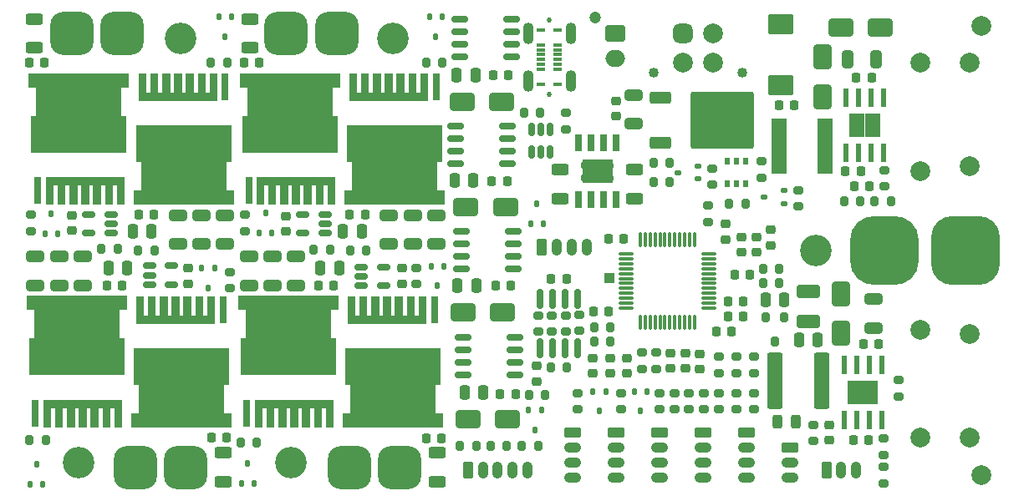
<source format=gts>
G04 #@! TF.GenerationSoftware,KiCad,Pcbnew,9.0.2*
G04 #@! TF.CreationDate,2025-07-16T17:02:00+03:00*
G04 #@! TF.ProjectId,dcesc-ga25,64636573-632d-4676-9132-352e6b696361,rev?*
G04 #@! TF.SameCoordinates,Original*
G04 #@! TF.FileFunction,Soldermask,Top*
G04 #@! TF.FilePolarity,Negative*
%FSLAX46Y46*%
G04 Gerber Fmt 4.6, Leading zero omitted, Abs format (unit mm)*
G04 Created by KiCad (PCBNEW 9.0.2) date 2025-07-16 17:02:00*
%MOMM*%
%LPD*%
G01*
G04 APERTURE LIST*
G04 Aperture macros list*
%AMRoundRect*
0 Rectangle with rounded corners*
0 $1 Rounding radius*
0 $2 $3 $4 $5 $6 $7 $8 $9 X,Y pos of 4 corners*
0 Add a 4 corners polygon primitive as box body*
4,1,4,$2,$3,$4,$5,$6,$7,$8,$9,$2,$3,0*
0 Add four circle primitives for the rounded corners*
1,1,$1+$1,$2,$3*
1,1,$1+$1,$4,$5*
1,1,$1+$1,$6,$7*
1,1,$1+$1,$8,$9*
0 Add four rect primitives between the rounded corners*
20,1,$1+$1,$2,$3,$4,$5,0*
20,1,$1+$1,$4,$5,$6,$7,0*
20,1,$1+$1,$6,$7,$8,$9,0*
20,1,$1+$1,$8,$9,$2,$3,0*%
%AMFreePoly0*
4,1,30,0.400000,-4.000000,-0.400000,-4.000000,-2.400000,-4.000000,-2.400000,-3.200000,-0.400000,-3.200000,-0.400000,-2.800000,-2.400000,-2.800000,-2.400000,-2.000000,-0.400000,-2.000000,-0.400000,-1.600000,-2.400000,-1.600000,-2.400000,-0.800000,-0.400000,-0.800000,-0.400000,-0.400000,-2.400000,-0.400000,-2.400000,0.400000,-0.400000,0.400000,-0.400000,0.800000,-2.400000,0.800000,-2.400000,1.600000,
-0.400000,1.600000,-0.400000,2.000000,-2.400000,2.000000,-2.400000,2.800000,-0.400000,2.800000,-0.400000,3.200000,-2.400000,3.200000,-2.400000,4.000000,0.400000,4.000000,0.400000,-4.000000,0.400000,-4.000000,$1*%
%AMFreePoly1*
4,1,13,2.850000,-5.050000,1.450000,-5.050000,1.450000,-4.350000,-1.450000,-4.350000,-1.450000,-4.850000,-5.150000,-4.850000,-5.150000,4.850000,-1.450000,4.850000,-1.450000,4.350000,1.450000,4.350000,1.450000,5.050000,2.850000,5.050000,2.850000,-5.050000,2.850000,-5.050000,$1*%
G04 Aperture macros list end*
%ADD10RoundRect,1.000000X0.000010X0.000010X-0.000010X0.000010X-0.000010X-0.000010X0.000010X-0.000010X0*%
%ADD11C,2.000000*%
%ADD12RoundRect,0.112500X0.237500X-0.112500X0.237500X0.112500X-0.237500X0.112500X-0.237500X-0.112500X0*%
%ADD13RoundRect,2.249998X-1.250002X-1.250002X1.250002X-1.250002X1.250002X1.250002X-1.250002X1.250002X0*%
%ADD14RoundRect,0.250000X-0.325000X-0.650000X0.325000X-0.650000X0.325000X0.650000X-0.325000X0.650000X0*%
%ADD15RoundRect,0.200000X0.275000X-0.200000X0.275000X0.200000X-0.275000X0.200000X-0.275000X-0.200000X0*%
%ADD16RoundRect,0.250000X0.250000X0.475000X-0.250000X0.475000X-0.250000X-0.475000X0.250000X-0.475000X0*%
%ADD17C,3.200000*%
%ADD18RoundRect,0.150000X0.675000X0.150000X-0.675000X0.150000X-0.675000X-0.150000X0.675000X-0.150000X0*%
%ADD19RoundRect,0.112500X-0.112500X-0.237500X0.112500X-0.237500X0.112500X0.237500X-0.112500X0.237500X0*%
%ADD20RoundRect,0.200000X0.200000X0.275000X-0.200000X0.275000X-0.200000X-0.275000X0.200000X-0.275000X0*%
%ADD21RoundRect,0.150000X-0.512500X-0.150000X0.512500X-0.150000X0.512500X0.150000X-0.512500X0.150000X0*%
%ADD22RoundRect,0.250000X-0.265000X-0.615000X0.265000X-0.615000X0.265000X0.615000X-0.265000X0.615000X0*%
%ADD23O,1.030000X1.730000*%
%ADD24RoundRect,0.225000X0.250000X-0.225000X0.250000X0.225000X-0.250000X0.225000X-0.250000X-0.225000X0*%
%ADD25RoundRect,0.200000X-0.275000X0.200000X-0.275000X-0.200000X0.275000X-0.200000X0.275000X0.200000X0*%
%ADD26RoundRect,0.200000X-0.200000X-0.275000X0.200000X-0.275000X0.200000X0.275000X-0.200000X0.275000X0*%
%ADD27RoundRect,0.150000X-0.150000X0.512500X-0.150000X-0.512500X0.150000X-0.512500X0.150000X0.512500X0*%
%ADD28RoundRect,0.250000X0.650000X-1.000000X0.650000X1.000000X-0.650000X1.000000X-0.650000X-1.000000X0*%
%ADD29RoundRect,0.150000X-0.150000X0.825000X-0.150000X-0.825000X0.150000X-0.825000X0.150000X0.825000X0*%
%ADD30RoundRect,0.250000X-1.000000X-0.650000X1.000000X-0.650000X1.000000X0.650000X-1.000000X0.650000X0*%
%ADD31C,1.020000*%
%ADD32RoundRect,0.666667X-0.333333X-0.333333X0.333333X-0.333333X0.333333X0.333333X-0.333333X0.333333X0*%
%ADD33R,0.510000X0.700000*%
%ADD34RoundRect,0.250000X-0.250000X-0.475000X0.250000X-0.475000X0.250000X0.475000X-0.250000X0.475000X0*%
%ADD35RoundRect,0.250000X0.625000X-0.312500X0.625000X0.312500X-0.625000X0.312500X-0.625000X-0.312500X0*%
%ADD36RoundRect,0.225000X-0.250000X0.225000X-0.250000X-0.225000X0.250000X-0.225000X0.250000X0.225000X0*%
%ADD37RoundRect,0.225000X0.225000X0.250000X-0.225000X0.250000X-0.225000X-0.250000X0.225000X-0.250000X0*%
%ADD38RoundRect,0.250000X1.000000X0.650000X-1.000000X0.650000X-1.000000X-0.650000X1.000000X-0.650000X0*%
%ADD39R,0.610000X1.910000*%
%ADD40R,1.550000X1.205000*%
%ADD41RoundRect,0.225000X-0.225000X-0.250000X0.225000X-0.250000X0.225000X0.250000X-0.225000X0.250000X0*%
%ADD42RoundRect,0.250000X-0.650000X0.325000X-0.650000X-0.325000X0.650000X-0.325000X0.650000X0.325000X0*%
%ADD43RoundRect,1.400000X0.800000X-0.800000X0.800000X0.800000X-0.800000X0.800000X-0.800000X-0.800000X0*%
%ADD44RoundRect,0.250000X0.550000X2.600000X-0.550000X2.600000X-0.550000X-2.600000X0.550000X-2.600000X0*%
%ADD45RoundRect,0.250000X-0.615000X0.265000X-0.615000X-0.265000X0.615000X-0.265000X0.615000X0.265000X0*%
%ADD46O,1.730000X1.030000*%
%ADD47RoundRect,0.150000X0.512500X0.150000X-0.512500X0.150000X-0.512500X-0.150000X0.512500X-0.150000X0*%
%ADD48R,0.800000X2.800000*%
%ADD49FreePoly0,270.000000*%
%ADD50FreePoly1,270.000000*%
%ADD51RoundRect,0.250000X0.650000X-0.325000X0.650000X0.325000X-0.650000X0.325000X-0.650000X-0.325000X0*%
%ADD52FreePoly0,90.000000*%
%ADD53FreePoly1,90.000000*%
%ADD54RoundRect,0.250000X1.045000X-0.785000X1.045000X0.785000X-1.045000X0.785000X-1.045000X-0.785000X0*%
%ADD55R,1.000000X1.000000*%
%ADD56RoundRect,0.112500X0.112500X0.237500X-0.112500X0.237500X-0.112500X-0.237500X0.112500X-0.237500X0*%
%ADD57RoundRect,0.250000X-0.625000X0.312500X-0.625000X-0.312500X0.625000X-0.312500X0.625000X0.312500X0*%
%ADD58RoundRect,0.218750X0.256250X-0.218750X0.256250X0.218750X-0.256250X0.218750X-0.256250X-0.218750X0*%
%ADD59R,3.100000X2.400000*%
%ADD60RoundRect,0.070000X0.250000X-0.800000X0.250000X0.800000X-0.250000X0.800000X-0.250000X-0.800000X0*%
%ADD61C,0.770000*%
%ADD62RoundRect,0.250000X0.945000X-0.420000X0.945000X0.420000X-0.945000X0.420000X-0.945000X-0.420000X0*%
%ADD63C,0.520000*%
%ADD64R,0.870000X0.300000*%
%ADD65O,1.100000X2.200000*%
%ADD66RoundRect,0.243750X-0.243750X-0.456250X0.243750X-0.456250X0.243750X0.456250X-0.243750X0.456250X0*%
%ADD67C,1.200000*%
%ADD68RoundRect,0.250000X-0.750000X0.600000X-0.750000X-0.600000X0.750000X-0.600000X0.750000X0.600000X0*%
%ADD69O,2.000000X1.700000*%
%ADD70RoundRect,2.559998X-0.940002X-0.940002X0.940002X-0.940002X0.940002X0.940002X-0.940002X0.940002X0*%
%ADD71RoundRect,1.000000X0.000011X0.000009X-0.000009X0.000011X-0.000011X-0.000009X0.000009X-0.000011X0*%
%ADD72RoundRect,0.250000X-0.850000X-0.350000X0.850000X-0.350000X0.850000X0.350000X-0.850000X0.350000X0*%
%ADD73RoundRect,0.249997X-2.950003X-2.650003X2.950003X-2.650003X2.950003X2.650003X-2.950003X2.650003X0*%
%ADD74RoundRect,0.075000X0.075000X-0.662500X0.075000X0.662500X-0.075000X0.662500X-0.075000X-0.662500X0*%
%ADD75RoundRect,0.075000X0.662500X-0.075000X0.662500X0.075000X-0.662500X0.075000X-0.662500X-0.075000X0*%
%ADD76RoundRect,1.000000X0.000009X0.000011X-0.000011X0.000009X-0.000009X-0.000011X0.000011X-0.000009X0*%
%ADD77RoundRect,0.200000X0.200000X0.300000X-0.200000X0.300000X-0.200000X-0.300000X0.200000X-0.300000X0*%
%ADD78R,1.600000X5.700000*%
%ADD79RoundRect,1.400000X-0.800000X0.800000X-0.800000X-0.800000X0.800000X-0.800000X0.800000X0.800000X0*%
G04 APERTURE END LIST*
D10*
G04 #@! TO.C,C65*
X196600000Y-56000000D03*
D11*
X191600000Y-56000000D03*
G04 #@! TD*
D12*
G04 #@! TO.C,T9*
X177800000Y-70250000D03*
X177800000Y-68950000D03*
X175800000Y-69600000D03*
G04 #@! TD*
D13*
G04 #@! TO.C,J18*
X196200000Y-75000000D03*
G04 #@! TD*
D14*
G04 #@! TO.C,C1*
X184225000Y-55600000D03*
X187175000Y-55600000D03*
G04 #@! TD*
D15*
G04 #@! TO.C,R30*
X174800000Y-91125000D03*
X174800000Y-89475000D03*
G04 #@! TD*
D16*
G04 #@! TO.C,C51*
X113750000Y-73100000D03*
X111850000Y-73100000D03*
G04 #@! TD*
D17*
G04 #@! TO.C,H1*
X106400000Y-96500000D03*
G04 #@! TD*
D18*
G04 #@! TO.C,U12*
X150250000Y-55405000D03*
X150250000Y-54135000D03*
X150250000Y-52865000D03*
X150250000Y-51595000D03*
X145000000Y-51595000D03*
X145000000Y-52865000D03*
X145000000Y-54135000D03*
X145000000Y-55405000D03*
G04 #@! TD*
D19*
G04 #@! TO.C,D9*
X122850000Y-98600000D03*
X124150000Y-98600000D03*
X123500000Y-96600000D03*
G04 #@! TD*
D17*
G04 #@! TO.C,H4*
X116700000Y-53500000D03*
G04 #@! TD*
D20*
G04 #@! TO.C,R43*
X103025000Y-94200000D03*
X101375000Y-94200000D03*
G04 #@! TD*
D15*
G04 #@! TO.C,R31*
X173000000Y-91125000D03*
X173000000Y-89475000D03*
G04 #@! TD*
D21*
G04 #@! TO.C,U6*
X135012500Y-76700000D03*
X135012500Y-77650000D03*
X135012500Y-78600000D03*
X137287500Y-78600000D03*
X137287500Y-76700000D03*
G04 #@! TD*
D22*
G04 #@! TO.C,X8*
X182100000Y-97250000D03*
D23*
X183600000Y-97250000D03*
X185100000Y-97250000D03*
G04 #@! TD*
D24*
G04 #@! TO.C,C25*
X175000000Y-75175000D03*
X175000000Y-73625000D03*
G04 #@! TD*
D25*
G04 #@! TO.C,R2*
X188000000Y-66875000D03*
X188000000Y-68525000D03*
G04 #@! TD*
D26*
G04 #@! TO.C,R13*
X172275000Y-70300000D03*
X173925000Y-70300000D03*
G04 #@! TD*
D27*
G04 #@! TO.C,U15*
X154150000Y-62762500D03*
X153200000Y-62762500D03*
X152250000Y-62762500D03*
X152250000Y-65037500D03*
X153200000Y-65037500D03*
X154150000Y-65037500D03*
G04 #@! TD*
D28*
G04 #@! TO.C,D2*
X181700000Y-59400000D03*
X181700000Y-55400000D03*
G04 #@! TD*
D29*
G04 #@! TO.C,U14*
X156905000Y-79925000D03*
X155635000Y-79925000D03*
X154365000Y-79925000D03*
X153095000Y-79925000D03*
X153095000Y-84875000D03*
X154365000Y-84875000D03*
X155635000Y-84875000D03*
X156905000Y-84875000D03*
G04 #@! TD*
D30*
G04 #@! TO.C,D17*
X145600000Y-70600000D03*
X149600000Y-70600000D03*
G04 #@! TD*
D31*
G04 #@! TO.C,X1*
X164600000Y-56940000D03*
X173600000Y-56940000D03*
D32*
X167600000Y-53000000D03*
D11*
X170600000Y-53000000D03*
X167600000Y-56000000D03*
X170600000Y-56000000D03*
G04 #@! TD*
D19*
G04 #@! TO.C,D14*
X124650000Y-73225000D03*
X125950000Y-73225000D03*
X125300000Y-71225000D03*
G04 #@! TD*
D20*
G04 #@! TO.C,R19*
X149725000Y-94800000D03*
X148075000Y-94800000D03*
G04 #@! TD*
D33*
G04 #@! TO.C,T11*
X172050000Y-68260000D03*
X173000000Y-68260000D03*
X173950000Y-68260000D03*
X173950000Y-65940000D03*
X173000000Y-65940000D03*
X172050000Y-65940000D03*
G04 #@! TD*
D34*
G04 #@! TO.C,C50*
X130850000Y-76800000D03*
X132750000Y-76800000D03*
G04 #@! TD*
D35*
G04 #@! TO.C,R54*
X123700000Y-54462500D03*
X123700000Y-51537500D03*
G04 #@! TD*
D15*
G04 #@! TO.C,R56*
X155700000Y-62725000D03*
X155700000Y-61075000D03*
G04 #@! TD*
D24*
G04 #@! TO.C,C15*
X160800000Y-61400000D03*
X160800000Y-59850000D03*
G04 #@! TD*
D36*
G04 #@! TO.C,C44*
X167800000Y-85425000D03*
X167800000Y-86975000D03*
G04 #@! TD*
D15*
G04 #@! TO.C,R12*
X179300000Y-70525000D03*
X179300000Y-68875000D03*
G04 #@! TD*
D37*
G04 #@! TO.C,C21*
X161575000Y-73800000D03*
X160025000Y-73800000D03*
G04 #@! TD*
D38*
G04 #@! TO.C,D1*
X187600000Y-52400000D03*
X183600000Y-52400000D03*
G04 #@! TD*
D39*
G04 #@! TO.C,U2*
X183895000Y-92180000D03*
X185165000Y-92180000D03*
X186435000Y-92180000D03*
X187705000Y-92180000D03*
X187705000Y-86620000D03*
X186435000Y-86620000D03*
X185165000Y-86620000D03*
X183895000Y-86620000D03*
D40*
X185025000Y-90002500D03*
X186575000Y-90002500D03*
X185025000Y-88797500D03*
X186575000Y-88797500D03*
G04 #@! TD*
D34*
G04 #@! TO.C,C13*
X175950000Y-80000000D03*
X177850000Y-80000000D03*
G04 #@! TD*
D37*
G04 #@! TO.C,C5*
X185575000Y-67000000D03*
X184025000Y-67000000D03*
G04 #@! TD*
D41*
G04 #@! TO.C,C4*
X185825000Y-84502500D03*
X187375000Y-84502500D03*
G04 #@! TD*
D42*
G04 #@! TO.C,C62*
X142600000Y-71425000D03*
X142600000Y-74375000D03*
G04 #@! TD*
D20*
G04 #@! TO.C,R45*
X124425000Y-94500000D03*
X122775000Y-94500000D03*
G04 #@! TD*
D43*
G04 #@! TO.C,J7*
X110800000Y-53000000D03*
G04 #@! TD*
G04 #@! TO.C,J5*
X133800000Y-97000000D03*
G04 #@! TD*
D16*
G04 #@! TO.C,C52*
X135050000Y-73100000D03*
X133150000Y-73100000D03*
G04 #@! TD*
D44*
G04 #@! TO.C,L2*
X181600000Y-88200000D03*
X176900000Y-88200000D03*
G04 #@! TD*
D45*
G04 #@! TO.C,X5*
X169600000Y-93500000D03*
D46*
X169600000Y-95000000D03*
X169600000Y-96500000D03*
X169600000Y-98000000D03*
G04 #@! TD*
D35*
G04 #@! TO.C,R53*
X101900000Y-54462500D03*
X101900000Y-51537500D03*
G04 #@! TD*
D26*
G04 #@! TO.C,R1*
X183875000Y-70000000D03*
X185525000Y-70000000D03*
G04 #@! TD*
G04 #@! TO.C,R9*
X164575000Y-68100000D03*
X166225000Y-68100000D03*
G04 #@! TD*
D39*
G04 #@! TO.C,U1*
X184095000Y-65080000D03*
X185365000Y-65080000D03*
X186635000Y-65080000D03*
X187905000Y-65080000D03*
X187905000Y-59520000D03*
X186635000Y-59520000D03*
X185365000Y-59520000D03*
X184095000Y-59520000D03*
D40*
X185225000Y-62902500D03*
X186775000Y-62902500D03*
X185225000Y-61697500D03*
X186775000Y-61697500D03*
G04 #@! TD*
D43*
G04 #@! TO.C,J4*
X112100000Y-97000000D03*
G04 #@! TD*
D47*
G04 #@! TO.C,U7*
X109675000Y-73250000D03*
X109675000Y-72300000D03*
X109675000Y-71350000D03*
X107400000Y-71350000D03*
X107400000Y-73250000D03*
G04 #@! TD*
D12*
G04 #@! TO.C,T10*
X169100000Y-67750000D03*
X169100000Y-66450000D03*
X167100000Y-67100000D03*
G04 #@! TD*
D48*
G04 #@! TO.C,T7*
X142600000Y-58450000D03*
D49*
X137800000Y-59450000D03*
D50*
X138400000Y-67500000D03*
G04 #@! TD*
D41*
G04 #@! TO.C,C42*
X170925000Y-83200000D03*
X172475000Y-83200000D03*
G04 #@! TD*
D34*
G04 #@! TO.C,C46*
X145450000Y-89400000D03*
X147350000Y-89400000D03*
G04 #@! TD*
D26*
G04 #@! TO.C,R42*
X158575000Y-82800000D03*
X160225000Y-82800000D03*
G04 #@! TD*
D51*
G04 #@! TO.C,C55*
X106800000Y-78575000D03*
X106800000Y-75625000D03*
G04 #@! TD*
D48*
G04 #@! TO.C,T3*
X123400000Y-91550000D03*
D52*
X128200000Y-90550000D03*
D53*
X127600000Y-82500000D03*
G04 #@! TD*
D45*
G04 #@! TO.C,X6*
X174000000Y-93500000D03*
D46*
X174000000Y-95000000D03*
X174000000Y-96500000D03*
X174000000Y-98000000D03*
G04 #@! TD*
D20*
G04 #@! TO.C,R38*
X135525000Y-75050000D03*
X133875000Y-75050000D03*
G04 #@! TD*
D19*
G04 #@! TO.C,D12*
X102950000Y-73300000D03*
X104250000Y-73300000D03*
X103600000Y-71300000D03*
G04 #@! TD*
D37*
G04 #@! TO.C,C29*
X150625000Y-89600000D03*
X149075000Y-89600000D03*
G04 #@! TD*
D24*
G04 #@! TO.C,C35*
X105700000Y-72975000D03*
X105700000Y-71425000D03*
G04 #@! TD*
D25*
G04 #@! TO.C,R11*
X175500000Y-65975000D03*
X175500000Y-67625000D03*
G04 #@! TD*
D51*
G04 #@! TO.C,C57*
X126000000Y-78575000D03*
X126000000Y-75625000D03*
G04 #@! TD*
D15*
G04 #@! TO.C,R44*
X121700000Y-78825000D03*
X121700000Y-77175000D03*
G04 #@! TD*
D20*
G04 #@! TO.C,R41*
X160225000Y-84200000D03*
X158575000Y-84200000D03*
G04 #@! TD*
D54*
G04 #@! TO.C,C9*
X177500000Y-58270000D03*
X177500000Y-52030000D03*
G04 #@! TD*
D41*
G04 #@! TO.C,C37*
X109225000Y-78600000D03*
X110775000Y-78600000D03*
G04 #@! TD*
D55*
G04 #@! TO.C,TP1*
X160100000Y-77800000D03*
G04 #@! TD*
D56*
G04 #@! TO.C,D11*
X121850000Y-51300000D03*
X120550000Y-51300000D03*
X121200000Y-53300000D03*
G04 #@! TD*
D28*
G04 #@! TO.C,D3*
X183600000Y-83400000D03*
X183600000Y-79400000D03*
G04 #@! TD*
D18*
G04 #@! TO.C,U10*
X150525000Y-87605000D03*
X150525000Y-86335000D03*
X150525000Y-85065000D03*
X150525000Y-83795000D03*
X145275000Y-83795000D03*
X145275000Y-85065000D03*
X145275000Y-86335000D03*
X145275000Y-87605000D03*
G04 #@! TD*
D15*
G04 #@! TO.C,R27*
X174800000Y-87425000D03*
X174800000Y-85775000D03*
G04 #@! TD*
D48*
G04 #@! TO.C,T8*
X123600000Y-68950000D03*
D52*
X128400000Y-67950000D03*
D53*
X127800000Y-59900000D03*
G04 #@! TD*
D20*
G04 #@! TO.C,R37*
X114025000Y-75050000D03*
X112375000Y-75050000D03*
G04 #@! TD*
D11*
G04 #@! TO.C,FID2*
X197800000Y-52200000D03*
G04 #@! TD*
D42*
G04 #@! TO.C,C61*
X116400000Y-71425000D03*
X116400000Y-74375000D03*
G04 #@! TD*
D36*
G04 #@! TO.C,C20*
X171900000Y-72325000D03*
X171900000Y-73875000D03*
G04 #@! TD*
D10*
G04 #@! TO.C,C68*
X196600000Y-94000000D03*
D11*
X191600000Y-94000000D03*
G04 #@! TD*
D19*
G04 #@! TO.C,D7*
X101450000Y-98700000D03*
X102750000Y-98700000D03*
X102100000Y-96700000D03*
G04 #@! TD*
D41*
G04 #@! TO.C,C69*
X119825000Y-94000000D03*
X121375000Y-94000000D03*
G04 #@! TD*
D36*
G04 #@! TO.C,C34*
X139100000Y-76825000D03*
X139100000Y-78375000D03*
G04 #@! TD*
D37*
G04 #@! TO.C,C30*
X149775000Y-68000000D03*
X148225000Y-68000000D03*
G04 #@! TD*
D25*
G04 #@! TO.C,R50*
X123200000Y-71375000D03*
X123200000Y-73025000D03*
G04 #@! TD*
D36*
G04 #@! TO.C,C33*
X117462500Y-76825000D03*
X117462500Y-78375000D03*
G04 #@! TD*
D15*
G04 #@! TO.C,R4*
X187900000Y-95750000D03*
X187900000Y-94100000D03*
G04 #@! TD*
D43*
G04 #@! TO.C,J10*
X132500000Y-53000000D03*
G04 #@! TD*
D15*
G04 #@! TO.C,R23*
X156900000Y-91125000D03*
X156900000Y-89475000D03*
G04 #@! TD*
D37*
G04 #@! TO.C,C31*
X149875000Y-57200000D03*
X148325000Y-57200000D03*
G04 #@! TD*
D24*
G04 #@! TO.C,C26*
X173500000Y-75175000D03*
X173500000Y-73625000D03*
G04 #@! TD*
D57*
G04 #@! TO.C,R52*
X142700000Y-95537500D03*
X142700000Y-98462500D03*
G04 #@! TD*
D58*
G04 #@! TO.C,FB1*
X176500000Y-74487500D03*
X176500000Y-72912500D03*
G04 #@! TD*
D25*
G04 #@! TO.C,R17*
X163400000Y-85375000D03*
X163400000Y-87025000D03*
G04 #@! TD*
D15*
G04 #@! TO.C,R5*
X189400000Y-89825000D03*
X189400000Y-88175000D03*
G04 #@! TD*
D25*
G04 #@! TO.C,R33*
X165200000Y-89475000D03*
X165200000Y-91125000D03*
G04 #@! TD*
D57*
G04 #@! TO.C,R14*
X155100000Y-66837500D03*
X155100000Y-69762500D03*
G04 #@! TD*
D36*
G04 #@! TO.C,C18*
X166300000Y-85425000D03*
X166300000Y-86975000D03*
G04 #@! TD*
D41*
G04 #@! TO.C,C16*
X154225000Y-77859969D03*
X155775000Y-77859969D03*
G04 #@! TD*
D21*
G04 #@! TO.C,U5*
X113525000Y-76575000D03*
X113525000Y-77525000D03*
X113525000Y-78475000D03*
X115800000Y-78475000D03*
X115800000Y-76575000D03*
G04 #@! TD*
D37*
G04 #@! TO.C,C72*
X124675000Y-56000000D03*
X123125000Y-56000000D03*
G04 #@! TD*
D34*
G04 #@! TO.C,C12*
X179350000Y-84100000D03*
X181250000Y-84100000D03*
G04 #@! TD*
D37*
G04 #@! TO.C,C40*
X135375000Y-71400000D03*
X133825000Y-71400000D03*
G04 #@! TD*
D25*
G04 #@! TO.C,R63*
X155700000Y-81575000D03*
X155700000Y-83225000D03*
G04 #@! TD*
D34*
G04 #@! TO.C,C48*
X144650000Y-57200000D03*
X146550000Y-57200000D03*
G04 #@! TD*
D48*
G04 #@! TO.C,T5*
X121200000Y-58450000D03*
D49*
X116400000Y-59450000D03*
D50*
X117000000Y-67500000D03*
G04 #@! TD*
D45*
G04 #@! TO.C,X4*
X165200000Y-93500000D03*
D46*
X165200000Y-95000000D03*
X165200000Y-96500000D03*
X165200000Y-98000000D03*
G04 #@! TD*
D51*
G04 #@! TO.C,C54*
X104400000Y-78575000D03*
X104400000Y-75625000D03*
G04 #@! TD*
D15*
G04 #@! TO.C,R46*
X140600000Y-78425000D03*
X140600000Y-76775000D03*
G04 #@! TD*
D22*
G04 #@! TO.C,X11*
X153300000Y-74650000D03*
D23*
X154800000Y-74650000D03*
X156300000Y-74650000D03*
X157800000Y-74650000D03*
G04 #@! TD*
D20*
G04 #@! TO.C,R47*
X121425000Y-56000000D03*
X119775000Y-56000000D03*
G04 #@! TD*
D15*
G04 #@! TO.C,R26*
X168200000Y-91125000D03*
X168200000Y-89475000D03*
G04 #@! TD*
D42*
G04 #@! TO.C,C63*
X140200000Y-71425000D03*
X140200000Y-74375000D03*
G04 #@! TD*
D56*
G04 #@! TO.C,D4*
X163950000Y-89300000D03*
X162650000Y-89300000D03*
X163300000Y-91300000D03*
G04 #@! TD*
D45*
G04 #@! TO.C,X9*
X178400000Y-95000000D03*
D46*
X178400000Y-96500000D03*
X178400000Y-98000000D03*
G04 #@! TD*
D41*
G04 #@! TO.C,C41*
X172125000Y-81700000D03*
X173675000Y-81700000D03*
G04 #@! TD*
D15*
G04 #@! TO.C,R25*
X169700000Y-91125000D03*
X169700000Y-89475000D03*
G04 #@! TD*
D51*
G04 #@! TO.C,C56*
X123600000Y-78575000D03*
X123600000Y-75625000D03*
G04 #@! TD*
D25*
G04 #@! TO.C,R21*
X164900000Y-85375000D03*
X164900000Y-87025000D03*
G04 #@! TD*
D34*
G04 #@! TO.C,C45*
X144750000Y-78600000D03*
X146650000Y-78600000D03*
G04 #@! TD*
D30*
G04 #@! TO.C,D18*
X145200000Y-59900000D03*
X149200000Y-59900000D03*
G04 #@! TD*
D59*
G04 #@! TO.C,U13*
X158900000Y-67000000D03*
D60*
X156995000Y-69875000D03*
X158265000Y-69875000D03*
X159535000Y-69875000D03*
X160805000Y-69875000D03*
X160805000Y-64125000D03*
X159535000Y-64125000D03*
X158265000Y-64125000D03*
X156995000Y-64125000D03*
D61*
X157600000Y-67650000D03*
X158900000Y-67650000D03*
X160200000Y-67650000D03*
X157600000Y-66350000D03*
X158900000Y-66350000D03*
X160200000Y-66350000D03*
G04 #@! TD*
D62*
G04 #@! TO.C,C11*
X180300000Y-82240000D03*
X180300000Y-79160000D03*
G04 #@! TD*
D51*
G04 #@! TO.C,C53*
X102000000Y-78575000D03*
X102000000Y-75625000D03*
G04 #@! TD*
D56*
G04 #@! TO.C,D5*
X159750000Y-89300000D03*
X158450000Y-89300000D03*
X159100000Y-91300000D03*
G04 #@! TD*
D63*
G04 #@! TO.C,X12*
X154050000Y-59150000D03*
X154050000Y-51650000D03*
D64*
X153185000Y-58150000D03*
X153185000Y-56650000D03*
X153185000Y-56150000D03*
X153185000Y-55650000D03*
X153185000Y-55150000D03*
X153185000Y-54650000D03*
X153185000Y-54150000D03*
X153185000Y-52650000D03*
X154915000Y-52650000D03*
X154915000Y-54150000D03*
X154915000Y-54650000D03*
X154915000Y-55150000D03*
X154915000Y-55650000D03*
X154915000Y-56150000D03*
X154915000Y-56650000D03*
X154915000Y-58150000D03*
D65*
X151900000Y-57800000D03*
X156200000Y-57800000D03*
X151900000Y-53000000D03*
X156200000Y-53000000D03*
G04 #@! TD*
D34*
G04 #@! TO.C,C47*
X144450000Y-67900000D03*
X146350000Y-67900000D03*
G04 #@! TD*
D26*
G04 #@! TO.C,R49*
X141550000Y-56000000D03*
X143200000Y-56000000D03*
G04 #@! TD*
D20*
G04 #@! TO.C,R18*
X152925000Y-94800000D03*
X151275000Y-94800000D03*
G04 #@! TD*
D66*
G04 #@! TO.C,D20*
X177162500Y-92400000D03*
X179037500Y-92400000D03*
G04 #@! TD*
D57*
G04 #@! TO.C,R15*
X162700000Y-66837500D03*
X162700000Y-69762500D03*
G04 #@! TD*
D41*
G04 #@! TO.C,C10*
X177325000Y-60300000D03*
X178875000Y-60300000D03*
G04 #@! TD*
D17*
G04 #@! TO.C,H2*
X127900000Y-96500000D03*
G04 #@! TD*
D20*
G04 #@! TO.C,R20*
X146625000Y-94800000D03*
X144975000Y-94800000D03*
G04 #@! TD*
D41*
G04 #@! TO.C,C70*
X141600000Y-94100000D03*
X143150000Y-94100000D03*
G04 #@! TD*
D42*
G04 #@! TO.C,C60*
X118800000Y-71425000D03*
X118800000Y-74375000D03*
G04 #@! TD*
D37*
G04 #@! TO.C,C39*
X113975000Y-71400000D03*
X112425000Y-71400000D03*
G04 #@! TD*
D48*
G04 #@! TO.C,T1*
X102000000Y-91550000D03*
D52*
X106800000Y-90550000D03*
D53*
X106200000Y-82500000D03*
G04 #@! TD*
D41*
G04 #@! TO.C,C7*
X184925000Y-68500000D03*
X186475000Y-68500000D03*
G04 #@! TD*
D56*
G04 #@! TO.C,D10*
X143350000Y-76600000D03*
X142050000Y-76600000D03*
X142700000Y-78600000D03*
G04 #@! TD*
D45*
G04 #@! TO.C,X3*
X156400000Y-93500000D03*
D46*
X156400000Y-95000000D03*
X156400000Y-96500000D03*
X156400000Y-98000000D03*
G04 #@! TD*
D37*
G04 #@! TO.C,C27*
X174375000Y-77500000D03*
X172825000Y-77500000D03*
G04 #@! TD*
D26*
G04 #@! TO.C,R36*
X175675000Y-78300000D03*
X177325000Y-78300000D03*
G04 #@! TD*
D15*
G04 #@! TO.C,R64*
X154300000Y-83225000D03*
X154300000Y-81575000D03*
G04 #@! TD*
D41*
G04 #@! TO.C,C3*
X185125000Y-57500000D03*
X186675000Y-57500000D03*
G04 #@! TD*
D67*
G04 #@! TO.C,X2*
X158700000Y-51400000D03*
D68*
X160700000Y-53000000D03*
D69*
X160700000Y-55500000D03*
G04 #@! TD*
D41*
G04 #@! TO.C,C8*
X184825000Y-94200000D03*
X186375000Y-94200000D03*
G04 #@! TD*
D45*
G04 #@! TO.C,X7*
X160800000Y-93500000D03*
D46*
X160800000Y-95000000D03*
X160800000Y-96500000D03*
X160800000Y-98000000D03*
G04 #@! TD*
D15*
G04 #@! TO.C,R62*
X152900000Y-83225000D03*
X152900000Y-81575000D03*
G04 #@! TD*
D11*
G04 #@! TO.C,FID1*
X197800000Y-97800000D03*
G04 #@! TD*
D70*
G04 #@! TO.C,J19*
X188000000Y-75000000D03*
G04 #@! TD*
D17*
G04 #@! TO.C,H5*
X138200000Y-53500000D03*
G04 #@! TD*
D56*
G04 #@! TO.C,D6*
X153250000Y-91200000D03*
X151950000Y-91200000D03*
X152600000Y-93200000D03*
G04 #@! TD*
D51*
G04 #@! TO.C,C58*
X128400000Y-78575000D03*
X128400000Y-75625000D03*
G04 #@! TD*
D34*
G04 #@! TO.C,C49*
X109400000Y-76800000D03*
X111300000Y-76800000D03*
G04 #@! TD*
D37*
G04 #@! TO.C,C71*
X102875000Y-56000000D03*
X101325000Y-56000000D03*
G04 #@! TD*
D42*
G04 #@! TO.C,C59*
X121200000Y-71425000D03*
X121200000Y-74375000D03*
G04 #@! TD*
D71*
G04 #@! TO.C,C67*
X196600000Y-83500000D03*
D11*
X191619026Y-83064221D03*
G04 #@! TD*
D15*
G04 #@! TO.C,R29*
X171200000Y-87425000D03*
X171200000Y-85775000D03*
G04 #@! TD*
D19*
G04 #@! TO.C,D19*
X152150000Y-72300000D03*
X153450000Y-72300000D03*
X152800000Y-70300000D03*
G04 #@! TD*
D30*
G04 #@! TO.C,D15*
X145300000Y-81300000D03*
X149300000Y-81300000D03*
G04 #@! TD*
D56*
G04 #@! TO.C,D13*
X143200000Y-51300000D03*
X141900000Y-51300000D03*
X142550000Y-53300000D03*
G04 #@! TD*
D24*
G04 #@! TO.C,C36*
X127400000Y-73075000D03*
X127400000Y-71525000D03*
G04 #@! TD*
D26*
G04 #@! TO.C,R55*
X151450000Y-61000000D03*
X153100000Y-61000000D03*
G04 #@! TD*
D72*
G04 #@! TO.C,T12*
X165260000Y-59520000D03*
D73*
X171560000Y-61800000D03*
D72*
X165260000Y-64080000D03*
G04 #@! TD*
D25*
G04 #@! TO.C,R48*
X101500000Y-71375000D03*
X101500000Y-73025000D03*
G04 #@! TD*
D42*
G04 #@! TO.C,C64*
X137800000Y-71425000D03*
X137800000Y-74375000D03*
G04 #@! TD*
D43*
G04 #@! TO.C,J3*
X117200000Y-97000000D03*
G04 #@! TD*
D57*
G04 #@! TO.C,R51*
X121000000Y-95500000D03*
X121000000Y-98425000D03*
G04 #@! TD*
D20*
G04 #@! TO.C,R40*
X131825000Y-74900000D03*
X130175000Y-74900000D03*
G04 #@! TD*
D18*
G04 #@! TO.C,U11*
X149825000Y-66205000D03*
X149825000Y-64935000D03*
X149825000Y-63665000D03*
X149825000Y-62395000D03*
X144575000Y-62395000D03*
X144575000Y-63665000D03*
X144575000Y-64935000D03*
X144575000Y-66205000D03*
G04 #@! TD*
D48*
G04 #@! TO.C,T4*
X142400000Y-81050000D03*
D49*
X137600000Y-82050000D03*
D50*
X138200000Y-90100000D03*
G04 #@! TD*
D25*
G04 #@! TO.C,R6*
X187900000Y-96975000D03*
X187900000Y-98625000D03*
G04 #@! TD*
D47*
G04 #@! TO.C,U8*
X131337500Y-73250000D03*
X131337500Y-72300000D03*
X131337500Y-71350000D03*
X129062500Y-71350000D03*
X129062500Y-73250000D03*
G04 #@! TD*
D56*
G04 #@! TO.C,D8*
X120150000Y-76800000D03*
X118850000Y-76800000D03*
X119500000Y-78800000D03*
G04 #@! TD*
D24*
G04 #@! TO.C,C6*
X182400000Y-94250000D03*
X182400000Y-92700000D03*
G04 #@! TD*
D20*
G04 #@! TO.C,R39*
X110325000Y-74800000D03*
X108675000Y-74800000D03*
G04 #@! TD*
D15*
G04 #@! TO.C,R8*
X170500000Y-68325000D03*
X170500000Y-66675000D03*
G04 #@! TD*
D22*
G04 #@! TO.C,X10*
X145800000Y-97300000D03*
D23*
X147300000Y-97300000D03*
X148800000Y-97300000D03*
X150300000Y-97300000D03*
X151800000Y-97300000D03*
G04 #@! TD*
D15*
G04 #@! TO.C,R7*
X170100000Y-72125000D03*
X170100000Y-70475000D03*
G04 #@! TD*
D74*
G04 #@! TO.C,U4*
X163250000Y-82262500D03*
X163750000Y-82262500D03*
X164250000Y-82262500D03*
X164750000Y-82262500D03*
X165250000Y-82262500D03*
X165750000Y-82262500D03*
X166250000Y-82262500D03*
X166750000Y-82262500D03*
X167250000Y-82262500D03*
X167750000Y-82262500D03*
X168250000Y-82262500D03*
X168750000Y-82262500D03*
D75*
X170162500Y-80850000D03*
X170162500Y-80350000D03*
X170162500Y-79850000D03*
X170162500Y-79350000D03*
X170162500Y-78850000D03*
X170162500Y-78350000D03*
X170162500Y-77850000D03*
X170162500Y-77350000D03*
X170162500Y-76850000D03*
X170162500Y-76350000D03*
X170162500Y-75850000D03*
X170162500Y-75350000D03*
D74*
X168750000Y-73937500D03*
X168250000Y-73937500D03*
X167750000Y-73937500D03*
X167250000Y-73937500D03*
X166750000Y-73937500D03*
X166250000Y-73937500D03*
X165750000Y-73937500D03*
X165250000Y-73937500D03*
X164750000Y-73937500D03*
X164250000Y-73937500D03*
X163750000Y-73937500D03*
X163250000Y-73937500D03*
D75*
X161837500Y-75350000D03*
X161837500Y-75850000D03*
X161837500Y-76350000D03*
X161837500Y-76850000D03*
X161837500Y-77350000D03*
X161837500Y-77850000D03*
X161837500Y-78350000D03*
X161837500Y-78850000D03*
X161837500Y-79350000D03*
X161837500Y-79850000D03*
X161837500Y-80350000D03*
X161837500Y-80850000D03*
G04 #@! TD*
D15*
G04 #@! TO.C,R61*
X157100000Y-83175000D03*
X157100000Y-81525000D03*
G04 #@! TD*
D26*
G04 #@! TO.C,R3*
X186975000Y-70000000D03*
X188625000Y-70000000D03*
G04 #@! TD*
D41*
G04 #@! TO.C,C43*
X172125000Y-80200000D03*
X173675000Y-80200000D03*
G04 #@! TD*
D43*
G04 #@! TO.C,J6*
X138900000Y-97000000D03*
G04 #@! TD*
D76*
G04 #@! TO.C,C66*
X196600000Y-66500000D03*
D11*
X191619026Y-66935779D03*
G04 #@! TD*
D15*
G04 #@! TO.C,R57*
X180800000Y-94325000D03*
X180800000Y-92675000D03*
G04 #@! TD*
D51*
G04 #@! TO.C,C14*
X162600000Y-62175000D03*
X162600000Y-59225000D03*
G04 #@! TD*
D18*
G04 #@! TO.C,U9*
X150400000Y-76905000D03*
X150400000Y-75635000D03*
X150400000Y-74365000D03*
X150400000Y-73095000D03*
X145150000Y-73095000D03*
X145150000Y-74365000D03*
X145150000Y-75635000D03*
X145150000Y-76905000D03*
G04 #@! TD*
D36*
G04 #@! TO.C,C17*
X152800000Y-86725000D03*
X152800000Y-88275000D03*
G04 #@! TD*
D48*
G04 #@! TO.C,T6*
X102200000Y-68950000D03*
D52*
X107000000Y-67950000D03*
D53*
X106400000Y-59900000D03*
G04 #@! TD*
D36*
G04 #@! TO.C,C32*
X169300000Y-85525000D03*
X169300000Y-87075000D03*
G04 #@! TD*
D37*
G04 #@! TO.C,C19*
X160075000Y-81200000D03*
X158525000Y-81200000D03*
G04 #@! TD*
D36*
G04 #@! TO.C,C22*
X161900000Y-85925000D03*
X161900000Y-87475000D03*
G04 #@! TD*
D15*
G04 #@! TO.C,R32*
X173000000Y-87425000D03*
X173000000Y-85775000D03*
G04 #@! TD*
D20*
G04 #@! TO.C,R24*
X153625000Y-89700000D03*
X151975000Y-89700000D03*
G04 #@! TD*
D37*
G04 #@! TO.C,C28*
X150175000Y-78600000D03*
X148625000Y-78600000D03*
G04 #@! TD*
D30*
G04 #@! TO.C,D16*
X145800000Y-92100000D03*
X149800000Y-92100000D03*
G04 #@! TD*
D51*
G04 #@! TO.C,C2*
X186900000Y-82875000D03*
X186900000Y-79925000D03*
G04 #@! TD*
D26*
G04 #@! TO.C,R10*
X164575000Y-66100000D03*
X166225000Y-66100000D03*
G04 #@! TD*
D77*
G04 #@! TO.C,U3*
X177850000Y-81750000D03*
X175950000Y-81750000D03*
X176900000Y-84250000D03*
G04 #@! TD*
D15*
G04 #@! TO.C,R28*
X171200000Y-91125000D03*
X171200000Y-89475000D03*
G04 #@! TD*
D43*
G04 #@! TO.C,J8*
X105700000Y-53000000D03*
G04 #@! TD*
D26*
G04 #@! TO.C,R35*
X175675000Y-76900000D03*
X177325000Y-76900000D03*
G04 #@! TD*
D17*
G04 #@! TO.C,H3*
X181000000Y-75000000D03*
G04 #@! TD*
D36*
G04 #@! TO.C,C23*
X160200000Y-85925000D03*
X160200000Y-87475000D03*
G04 #@! TD*
D15*
G04 #@! TO.C,R22*
X161300000Y-91125000D03*
X161300000Y-89475000D03*
G04 #@! TD*
D41*
G04 #@! TO.C,C38*
X130625000Y-78600000D03*
X132175000Y-78600000D03*
G04 #@! TD*
D78*
G04 #@! TO.C,L1*
X182000000Y-64400000D03*
X177300000Y-64400000D03*
G04 #@! TD*
D36*
G04 #@! TO.C,C24*
X158400000Y-85925000D03*
X158400000Y-87475000D03*
G04 #@! TD*
D79*
G04 #@! TO.C,J9*
X127400000Y-53000000D03*
G04 #@! TD*
D20*
G04 #@! TO.C,R16*
X155825000Y-86900000D03*
X154175000Y-86900000D03*
G04 #@! TD*
D48*
G04 #@! TO.C,T2*
X121000000Y-81050000D03*
D49*
X116200000Y-82050000D03*
D50*
X116800000Y-90100000D03*
G04 #@! TD*
D25*
G04 #@! TO.C,R34*
X166700000Y-89475000D03*
X166700000Y-91125000D03*
G04 #@! TD*
M02*

</source>
